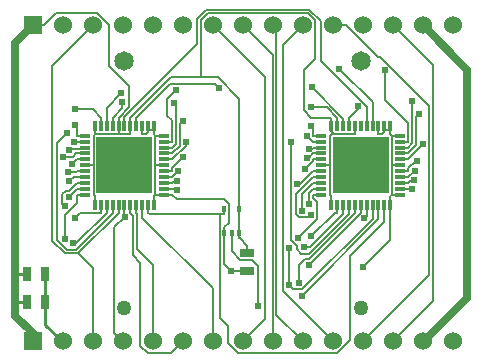
<source format=gbl>
G04 (created by PCBNEW (2013-mar-13)-testing) date Mon 26 Aug 2013 08:11:51 AM PDT*
%MOIN*%
G04 Gerber Fmt 3.4, Leading zero omitted, Abs format*
%FSLAX34Y34*%
G01*
G70*
G90*
G04 APERTURE LIST*
%ADD10C,0.005906*%
%ADD11R,0.037400X0.011800*%
%ADD12R,0.188200X0.188200*%
%ADD13R,0.011800X0.037400*%
%ADD14R,0.012000X0.020000*%
%ADD15R,0.060000X0.060000*%
%ADD16C,0.060000*%
%ADD17R,0.025000X0.045000*%
%ADD18R,0.045000X0.025000*%
%ADD19C,0.065000*%
%ADD20C,0.050000*%
%ADD21C,0.024000*%
%ADD22C,0.006000*%
%ADD23C,0.010000*%
%ADD24C,0.025000*%
G04 APERTURE END LIST*
G54D10*
G54D11*
X24931Y-26575D03*
X24931Y-26772D03*
X24931Y-26968D03*
X24931Y-27165D03*
X24931Y-27362D03*
X24931Y-27559D03*
X24931Y-27756D03*
X24931Y-27953D03*
X24931Y-28150D03*
X24931Y-28346D03*
X24931Y-28543D03*
G54D12*
X23622Y-27559D03*
G54D13*
X24606Y-28868D03*
X24409Y-28868D03*
X24213Y-28868D03*
X24016Y-28868D03*
X23819Y-28868D03*
X23622Y-28868D03*
X23425Y-28868D03*
X23228Y-28868D03*
X23031Y-28868D03*
X22835Y-28868D03*
X22638Y-28868D03*
G54D11*
X22313Y-28543D03*
X22313Y-28346D03*
X22313Y-28150D03*
X22313Y-27953D03*
X22313Y-27756D03*
X22313Y-27559D03*
X22313Y-27362D03*
X22313Y-27165D03*
X22313Y-26968D03*
X22313Y-26772D03*
X22313Y-26575D03*
G54D13*
X22638Y-26250D03*
X22835Y-26250D03*
X23031Y-26250D03*
X23228Y-26250D03*
X23425Y-26250D03*
X23622Y-26250D03*
X23819Y-26250D03*
X24016Y-26250D03*
X24213Y-26250D03*
X24409Y-26250D03*
X24606Y-26250D03*
G54D14*
X27454Y-29809D03*
X26954Y-29809D03*
X27454Y-29009D03*
X27204Y-29809D03*
X26954Y-29009D03*
G54D11*
X32805Y-26575D03*
X32805Y-26772D03*
X32805Y-26968D03*
X32805Y-27165D03*
X32805Y-27362D03*
X32805Y-27559D03*
X32805Y-27756D03*
X32805Y-27953D03*
X32805Y-28150D03*
X32805Y-28346D03*
X32805Y-28543D03*
G54D12*
X31496Y-27559D03*
G54D13*
X32480Y-28868D03*
X32283Y-28868D03*
X32087Y-28868D03*
X31890Y-28868D03*
X31693Y-28868D03*
X31496Y-28868D03*
X31299Y-28868D03*
X31102Y-28868D03*
X30905Y-28868D03*
X30709Y-28868D03*
X30512Y-28868D03*
G54D11*
X30187Y-28543D03*
X30187Y-28346D03*
X30187Y-28150D03*
X30187Y-27953D03*
X30187Y-27756D03*
X30187Y-27559D03*
X30187Y-27362D03*
X30187Y-27165D03*
X30187Y-26968D03*
X30187Y-26772D03*
X30187Y-26575D03*
G54D13*
X30512Y-26250D03*
X30709Y-26250D03*
X30905Y-26250D03*
X31102Y-26250D03*
X31299Y-26250D03*
X31496Y-26250D03*
X31693Y-26250D03*
X31890Y-26250D03*
X32087Y-26250D03*
X32283Y-26250D03*
X32480Y-26250D03*
G54D15*
X20559Y-33433D03*
G54D16*
X21559Y-33433D03*
X22559Y-33433D03*
X23559Y-33433D03*
X24559Y-33433D03*
X25559Y-33433D03*
X26559Y-33433D03*
X27559Y-33433D03*
X28559Y-33433D03*
X29559Y-33433D03*
X30559Y-33433D03*
X31559Y-33433D03*
X32559Y-33433D03*
X33559Y-33433D03*
X34559Y-33433D03*
G54D15*
X20559Y-22893D03*
G54D16*
X21559Y-22893D03*
X22559Y-22893D03*
X23559Y-22893D03*
X24559Y-22893D03*
X25559Y-22893D03*
X26559Y-22893D03*
X27559Y-22893D03*
X28559Y-22893D03*
X29559Y-22893D03*
X30559Y-22893D03*
X31559Y-22893D03*
X32559Y-22893D03*
X33559Y-22893D03*
X34559Y-22893D03*
G54D17*
X20369Y-32125D03*
X20969Y-32125D03*
G54D18*
X27716Y-30467D03*
X27716Y-31067D03*
G54D17*
X20369Y-31181D03*
X20969Y-31181D03*
G54D19*
X23622Y-24088D03*
G54D20*
X23622Y-32328D03*
G54D19*
X31496Y-24088D03*
G54D20*
X31496Y-32328D03*
G54D21*
X30782Y-24356D03*
X26777Y-24981D03*
X23630Y-29282D03*
X29761Y-30879D03*
X21695Y-26491D03*
X21582Y-27280D03*
X21776Y-27047D03*
X21944Y-26791D03*
X21957Y-26208D03*
X21957Y-25698D03*
X23511Y-25154D03*
X23545Y-25455D03*
X21907Y-30166D03*
X21958Y-29327D03*
X21632Y-30006D03*
X21763Y-28618D03*
X21625Y-28932D03*
X21783Y-28094D03*
X21727Y-27791D03*
X21880Y-27511D03*
X29157Y-26782D03*
X29692Y-27316D03*
X29759Y-27013D03*
X29696Y-26572D03*
X29829Y-26245D03*
X29830Y-25632D03*
X29874Y-24963D03*
X31393Y-25600D03*
X29614Y-30293D03*
X29848Y-29926D03*
X29393Y-29991D03*
X29771Y-28857D03*
X29553Y-29067D03*
X29832Y-29213D03*
X29380Y-28170D03*
X29639Y-27672D03*
X29537Y-31902D03*
X31605Y-29333D03*
X29103Y-30303D03*
X29103Y-31546D03*
X28085Y-32248D03*
X25340Y-25056D03*
X25268Y-25488D03*
X25559Y-26073D03*
X25667Y-26770D03*
X25580Y-27293D03*
X25419Y-27736D03*
X25384Y-28092D03*
X25356Y-28393D03*
X32292Y-24400D03*
X33218Y-25418D03*
X33436Y-25840D03*
X33561Y-26862D03*
X33366Y-27410D03*
X33297Y-27745D03*
X33286Y-28046D03*
X33206Y-28346D03*
X29434Y-31479D03*
X31582Y-30958D03*
X27174Y-31098D03*
G54D22*
X31890Y-25464D02*
X30782Y-24356D01*
X31890Y-26250D02*
X31890Y-25464D01*
X24016Y-26250D02*
X24016Y-25972D01*
X26635Y-24839D02*
X26777Y-24981D01*
X25149Y-24839D02*
X26635Y-24839D01*
X24016Y-25972D02*
X25149Y-24839D01*
X23622Y-25945D02*
X23622Y-26250D01*
X26038Y-23528D02*
X23622Y-25945D01*
X26038Y-22679D02*
X26038Y-23528D01*
X26349Y-22369D02*
X26038Y-22679D01*
X29783Y-22369D02*
X26349Y-22369D01*
X30165Y-22751D02*
X29783Y-22369D01*
X30165Y-24075D02*
X30165Y-22751D01*
X31693Y-25602D02*
X30165Y-24075D01*
X31693Y-26250D02*
X31693Y-25602D01*
X23622Y-29273D02*
X23630Y-29282D01*
X23622Y-28868D02*
X23622Y-29273D01*
X23280Y-29632D02*
X23630Y-29282D01*
X23280Y-33154D02*
X23280Y-29632D01*
X23559Y-33433D02*
X23280Y-33154D01*
X31496Y-28868D02*
X31496Y-29145D01*
X29761Y-30879D02*
X31496Y-29145D01*
X23228Y-28868D02*
X23228Y-29145D01*
X21996Y-30376D02*
X23228Y-29145D01*
X21694Y-30376D02*
X21996Y-30376D01*
X21358Y-30040D02*
X21694Y-30376D01*
X21358Y-26828D02*
X21358Y-30040D01*
X21695Y-26491D02*
X21358Y-26828D01*
X22010Y-27165D02*
X22313Y-27165D01*
X21896Y-27280D02*
X22010Y-27165D01*
X21582Y-27280D02*
X21896Y-27280D01*
X22265Y-27015D02*
X22313Y-26968D01*
X21808Y-27015D02*
X22265Y-27015D01*
X21776Y-27047D02*
X21808Y-27015D01*
X22016Y-26791D02*
X22035Y-26772D01*
X21944Y-26791D02*
X22016Y-26791D01*
X22313Y-26772D02*
X22035Y-26772D01*
X22313Y-26575D02*
X22035Y-26575D01*
X22035Y-26286D02*
X21957Y-26208D01*
X22035Y-26575D02*
X22035Y-26286D01*
X22560Y-25698D02*
X22835Y-25972D01*
X21957Y-25698D02*
X22560Y-25698D01*
X22835Y-26250D02*
X22835Y-25972D01*
X23031Y-25635D02*
X23031Y-26250D01*
X23511Y-25154D02*
X23031Y-25635D01*
X23228Y-26250D02*
X23228Y-25972D01*
X23545Y-25655D02*
X23228Y-25972D01*
X23545Y-25455D02*
X23545Y-25655D01*
X23031Y-28868D02*
X23031Y-29145D01*
X22009Y-30166D02*
X21907Y-30166D01*
X23031Y-29145D02*
X22009Y-30166D01*
X22140Y-29145D02*
X21958Y-29327D01*
X22835Y-29145D02*
X22140Y-29145D01*
X22835Y-28868D02*
X22835Y-29145D01*
X21632Y-29223D02*
X21632Y-30006D01*
X22035Y-28820D02*
X21632Y-29223D01*
X22035Y-28543D02*
X22035Y-28820D01*
X22313Y-28543D02*
X22035Y-28543D01*
X22035Y-28346D02*
X22313Y-28346D01*
X21763Y-28618D02*
X22035Y-28346D01*
X22313Y-28150D02*
X22035Y-28150D01*
X21553Y-28860D02*
X21625Y-28932D01*
X21553Y-28531D02*
X21553Y-28860D01*
X21676Y-28408D02*
X21553Y-28531D01*
X21777Y-28408D02*
X21676Y-28408D01*
X22035Y-28150D02*
X21777Y-28408D01*
X21924Y-27953D02*
X22313Y-27953D01*
X21783Y-28094D02*
X21924Y-27953D01*
X22000Y-27791D02*
X22035Y-27756D01*
X21727Y-27791D02*
X22000Y-27791D01*
X22313Y-27756D02*
X22035Y-27756D01*
X22029Y-27362D02*
X21880Y-27511D01*
X22313Y-27362D02*
X22029Y-27362D01*
X31102Y-29173D02*
X31102Y-28868D01*
X29769Y-30506D02*
X31102Y-29173D01*
X29503Y-30506D02*
X29769Y-30506D01*
X29359Y-30362D02*
X29503Y-30506D01*
X29359Y-30262D02*
X29359Y-30362D01*
X29157Y-30060D02*
X29359Y-30262D01*
X29157Y-26782D02*
X29157Y-30060D01*
X30187Y-27165D02*
X29909Y-27165D01*
X29758Y-27316D02*
X29692Y-27316D01*
X29909Y-27165D02*
X29758Y-27316D01*
X29864Y-27013D02*
X29759Y-27013D01*
X29909Y-26968D02*
X29864Y-27013D01*
X30187Y-26968D02*
X29909Y-26968D01*
X30187Y-26772D02*
X29909Y-26772D01*
X29709Y-26572D02*
X29909Y-26772D01*
X29696Y-26572D02*
X29709Y-26572D01*
X30187Y-26575D02*
X29909Y-26575D01*
X29909Y-26325D02*
X29829Y-26245D01*
X29909Y-26575D02*
X29909Y-26325D01*
X30709Y-26250D02*
X30709Y-25972D01*
X30369Y-25632D02*
X29830Y-25632D01*
X30709Y-25972D02*
X30369Y-25632D01*
X30905Y-26250D02*
X30905Y-25972D01*
X30884Y-25972D02*
X30905Y-25972D01*
X29874Y-24963D02*
X30884Y-25972D01*
X31102Y-26250D02*
X31102Y-25972D01*
X31393Y-25681D02*
X31393Y-25600D01*
X31102Y-25972D02*
X31393Y-25681D01*
X29614Y-30293D02*
X29614Y-30293D01*
X29803Y-30293D02*
X29614Y-30293D01*
X30905Y-29192D02*
X29803Y-30293D01*
X30905Y-28868D02*
X30905Y-29192D01*
X30709Y-28868D02*
X30709Y-29145D01*
X30629Y-29145D02*
X29848Y-29926D01*
X30709Y-29145D02*
X30629Y-29145D01*
X30187Y-28543D02*
X29909Y-28543D01*
X30048Y-29336D02*
X29393Y-29991D01*
X30048Y-28793D02*
X30048Y-29336D01*
X29909Y-28654D02*
X30048Y-28793D01*
X29909Y-28543D02*
X29909Y-28654D01*
X30187Y-28346D02*
X29909Y-28346D01*
X29771Y-28484D02*
X29771Y-28857D01*
X29909Y-28346D02*
X29771Y-28484D01*
X30187Y-28150D02*
X29909Y-28150D01*
X29553Y-28506D02*
X29553Y-29067D01*
X29909Y-28150D02*
X29553Y-28506D01*
X30187Y-27953D02*
X29909Y-27953D01*
X29342Y-28520D02*
X29909Y-27953D01*
X29342Y-29179D02*
X29342Y-28520D01*
X29442Y-29278D02*
X29342Y-29179D01*
X29767Y-29278D02*
X29442Y-29278D01*
X29832Y-29213D02*
X29767Y-29278D01*
X29380Y-28170D02*
X29380Y-28170D01*
X29488Y-28170D02*
X29380Y-28170D01*
X29903Y-27756D02*
X29488Y-28170D01*
X30187Y-27756D02*
X29903Y-27756D01*
X29909Y-27402D02*
X29909Y-27362D01*
X29639Y-27672D02*
X29909Y-27402D01*
X30187Y-27362D02*
X29909Y-27362D01*
X24213Y-29315D02*
X24213Y-28868D01*
X26559Y-31661D02*
X24213Y-29315D01*
X26559Y-33433D02*
X26559Y-31661D01*
X32087Y-29353D02*
X32087Y-29145D01*
X29537Y-31902D02*
X32087Y-29353D01*
X32087Y-28868D02*
X32087Y-29145D01*
X28298Y-32693D02*
X27559Y-33433D01*
X28298Y-24632D02*
X28298Y-32693D01*
X26559Y-22893D02*
X28298Y-24632D01*
X28559Y-23893D02*
X27559Y-22893D01*
X28559Y-33433D02*
X28559Y-23893D01*
X28681Y-23016D02*
X28559Y-22893D01*
X28681Y-32555D02*
X28681Y-23016D01*
X29559Y-33433D02*
X28681Y-32555D01*
X28892Y-23559D02*
X29559Y-22893D01*
X28892Y-31766D02*
X28892Y-23559D01*
X30559Y-33433D02*
X28892Y-31766D01*
X33771Y-31220D02*
X31559Y-33433D01*
X33771Y-25568D02*
X33771Y-31220D01*
X32150Y-23948D02*
X33771Y-25568D01*
X32061Y-23948D02*
X32150Y-23948D01*
X31007Y-22893D02*
X32061Y-23948D01*
X30559Y-22893D02*
X31007Y-22893D01*
X23819Y-28868D02*
X23819Y-29145D01*
X23910Y-29237D02*
X23819Y-29145D01*
X23910Y-30566D02*
X23910Y-29237D01*
X24150Y-30805D02*
X23910Y-30566D01*
X24150Y-33577D02*
X24150Y-30805D01*
X24405Y-33832D02*
X24150Y-33577D01*
X25159Y-33832D02*
X24405Y-33832D01*
X25559Y-33433D02*
X25159Y-33832D01*
X31693Y-29245D02*
X31605Y-29333D01*
X31693Y-28868D02*
X31693Y-29245D01*
X24016Y-28868D02*
X24016Y-29145D01*
X24559Y-30869D02*
X24559Y-33433D01*
X24030Y-30341D02*
X24559Y-30869D01*
X24030Y-29160D02*
X24030Y-30341D01*
X24016Y-29145D02*
X24030Y-29160D01*
X29103Y-31546D02*
X29103Y-30303D01*
X29246Y-31689D02*
X29103Y-31546D01*
X29552Y-31689D02*
X29246Y-31689D01*
X31890Y-29352D02*
X29552Y-31689D01*
X31890Y-28868D02*
X31890Y-29352D01*
X33897Y-24232D02*
X32559Y-22893D01*
X33897Y-32094D02*
X33897Y-24232D01*
X32559Y-33433D02*
X33897Y-32094D01*
X28085Y-30930D02*
X28085Y-32248D01*
X27862Y-30708D02*
X28085Y-30930D01*
X27478Y-30708D02*
X27862Y-30708D01*
X27204Y-30433D02*
X27478Y-30708D01*
X27204Y-29809D02*
X27204Y-30433D01*
X26954Y-29009D02*
X26954Y-29199D01*
X24409Y-28868D02*
X24409Y-29145D01*
X26954Y-29199D02*
X26804Y-29199D01*
X24463Y-29199D02*
X24409Y-29145D01*
X26804Y-29199D02*
X24463Y-29199D01*
X32283Y-29448D02*
X32283Y-28868D01*
X31149Y-30582D02*
X32283Y-29448D01*
X31149Y-33397D02*
X31149Y-30582D01*
X30721Y-33825D02*
X31149Y-33397D01*
X27393Y-33825D02*
X30721Y-33825D01*
X27059Y-33491D02*
X27393Y-33825D01*
X27059Y-32906D02*
X27059Y-33491D01*
X26804Y-32651D02*
X27059Y-32906D01*
X26804Y-29199D02*
X26804Y-32651D01*
X24931Y-26772D02*
X25208Y-26772D01*
X25055Y-25342D02*
X25340Y-25056D01*
X25055Y-25902D02*
X25055Y-25342D01*
X25208Y-26054D02*
X25055Y-25902D01*
X25208Y-26772D02*
X25208Y-26054D01*
X25332Y-26843D02*
X25208Y-26968D01*
X25332Y-25552D02*
X25332Y-26843D01*
X25268Y-25488D02*
X25332Y-25552D01*
X24931Y-26968D02*
X25208Y-26968D01*
X24931Y-27165D02*
X25208Y-27165D01*
X25457Y-26915D02*
X25208Y-27165D01*
X25457Y-26176D02*
X25457Y-26915D01*
X25559Y-26073D02*
X25457Y-26176D01*
X25667Y-26902D02*
X25208Y-27362D01*
X25667Y-26770D02*
X25667Y-26902D01*
X24931Y-27362D02*
X25208Y-27362D01*
X25208Y-27651D02*
X25208Y-27756D01*
X25566Y-27293D02*
X25208Y-27651D01*
X25580Y-27293D02*
X25566Y-27293D01*
X24931Y-27756D02*
X25208Y-27756D01*
X24931Y-27953D02*
X25208Y-27953D01*
X25208Y-27948D02*
X25419Y-27736D01*
X25208Y-27953D02*
X25208Y-27948D01*
X24931Y-28150D02*
X25208Y-28150D01*
X25384Y-28092D02*
X25384Y-28092D01*
X25265Y-28092D02*
X25384Y-28092D01*
X25208Y-28150D02*
X25265Y-28092D01*
X25309Y-28346D02*
X25356Y-28393D01*
X24931Y-28346D02*
X25309Y-28346D01*
X32805Y-26772D02*
X33082Y-26772D01*
X33082Y-26160D02*
X33082Y-26772D01*
X32292Y-25371D02*
X33082Y-26160D01*
X32292Y-24400D02*
X32292Y-25371D01*
X33218Y-26831D02*
X33218Y-25418D01*
X33082Y-26968D02*
X33218Y-26831D01*
X32805Y-26968D02*
X33082Y-26968D01*
X32805Y-27165D02*
X33082Y-27165D01*
X33350Y-25926D02*
X33436Y-25840D01*
X33350Y-26896D02*
X33350Y-25926D01*
X33082Y-27165D02*
X33350Y-26896D01*
X33082Y-27341D02*
X33082Y-27362D01*
X33561Y-26862D02*
X33082Y-27341D01*
X32805Y-27362D02*
X33082Y-27362D01*
X32805Y-27756D02*
X33082Y-27756D01*
X33082Y-27664D02*
X33082Y-27756D01*
X33336Y-27410D02*
X33082Y-27664D01*
X33366Y-27410D02*
X33336Y-27410D01*
X33289Y-27745D02*
X33082Y-27953D01*
X33297Y-27745D02*
X33289Y-27745D01*
X32805Y-27953D02*
X33082Y-27953D01*
X32805Y-28150D02*
X33082Y-28150D01*
X33186Y-28046D02*
X33286Y-28046D01*
X33082Y-28150D02*
X33186Y-28046D01*
X33206Y-28346D02*
X33206Y-28346D01*
X32805Y-28346D02*
X33206Y-28346D01*
X23425Y-28868D02*
X23425Y-29145D01*
X22559Y-30981D02*
X22073Y-30496D01*
X22559Y-33433D02*
X22559Y-30981D01*
X22073Y-30496D02*
X23425Y-29145D01*
X21630Y-30496D02*
X22073Y-30496D01*
X21214Y-30080D02*
X21630Y-30496D01*
X21214Y-24238D02*
X21214Y-30080D01*
X22559Y-22893D02*
X21214Y-24238D01*
X31299Y-29146D02*
X31299Y-28868D01*
X29776Y-30669D02*
X31299Y-29146D01*
X29641Y-30669D02*
X29776Y-30669D01*
X29434Y-30875D02*
X29641Y-30669D01*
X29434Y-31479D02*
X29434Y-30875D01*
G54D23*
X20369Y-32125D02*
X19980Y-32125D01*
X20369Y-31181D02*
X19980Y-31181D01*
X19980Y-31181D02*
X19980Y-31200D01*
G54D24*
X19980Y-31200D02*
X19980Y-31181D01*
X19980Y-32578D02*
X19980Y-32125D01*
X20559Y-33157D02*
X19980Y-32578D01*
X20559Y-33433D02*
X20559Y-33157D01*
X19980Y-32125D02*
X19980Y-32086D01*
X19980Y-32086D02*
X19980Y-31200D01*
G54D23*
X19940Y-32086D02*
X19980Y-32086D01*
X19980Y-32125D02*
X19940Y-32086D01*
G54D22*
X23425Y-26250D02*
X23425Y-26497D01*
X22638Y-26250D02*
X22638Y-26527D01*
G54D24*
X19980Y-23472D02*
X20559Y-22893D01*
X19980Y-31181D02*
X19980Y-23472D01*
G54D22*
X20559Y-22893D02*
X20949Y-22893D01*
X23425Y-26250D02*
X23425Y-25972D01*
X23765Y-25632D02*
X23425Y-25972D01*
X23765Y-24914D02*
X23765Y-25632D01*
X23104Y-24253D02*
X23765Y-24914D01*
X23104Y-22881D02*
X23104Y-24253D01*
X22721Y-22498D02*
X23104Y-22881D01*
X21344Y-22498D02*
X22721Y-22498D01*
X20949Y-22893D02*
X21344Y-22498D01*
X23819Y-26250D02*
X23819Y-25972D01*
X27454Y-29009D02*
X27454Y-28819D01*
X30512Y-26250D02*
X30512Y-26319D01*
X31299Y-26250D02*
X31299Y-26527D01*
X23425Y-26497D02*
X23425Y-26527D01*
X23425Y-26527D02*
X23819Y-26527D01*
X23819Y-26250D02*
X23819Y-26527D01*
X30187Y-27559D02*
X30464Y-27559D01*
X30512Y-26426D02*
X30565Y-26480D01*
X30512Y-26319D02*
X30512Y-26426D01*
X30612Y-26527D02*
X31299Y-26527D01*
X30565Y-26480D02*
X30612Y-26527D01*
X30464Y-26581D02*
X30464Y-27559D01*
X30565Y-26480D02*
X30464Y-26581D01*
X30464Y-28543D02*
X30512Y-28590D01*
X30464Y-27559D02*
X30464Y-28543D01*
X30512Y-28868D02*
X30512Y-28590D01*
X23425Y-26527D02*
X22638Y-26527D01*
X22590Y-26575D02*
X22590Y-27559D01*
X22638Y-26527D02*
X22590Y-26575D01*
X22313Y-27559D02*
X22560Y-27559D01*
X22560Y-27559D02*
X22590Y-27559D01*
X22590Y-28543D02*
X22638Y-28590D01*
X22590Y-27559D02*
X22590Y-28543D01*
X22638Y-28868D02*
X22638Y-28590D01*
X27454Y-29009D02*
X27454Y-29809D01*
X27463Y-29999D02*
X27716Y-30252D01*
X27454Y-29999D02*
X27463Y-29999D01*
X27716Y-30467D02*
X27716Y-30252D01*
X27454Y-29809D02*
X27454Y-29999D01*
X30512Y-26250D02*
X30512Y-25972D01*
X29854Y-25972D02*
X30512Y-25972D01*
X29599Y-25717D02*
X29854Y-25972D01*
X29599Y-24372D02*
X29599Y-25717D01*
X29956Y-24014D02*
X29599Y-24372D01*
X29956Y-22725D02*
X29956Y-24014D01*
X29731Y-22500D02*
X29956Y-22725D01*
X26394Y-22500D02*
X29731Y-22500D01*
X26163Y-22731D02*
X26394Y-22500D01*
X26163Y-24633D02*
X26163Y-22731D01*
X25158Y-24633D02*
X26163Y-24633D01*
X23819Y-25972D02*
X25158Y-24633D01*
X27454Y-25361D02*
X27454Y-28819D01*
X26726Y-24633D02*
X27454Y-25361D01*
X26163Y-24633D02*
X26726Y-24633D01*
G54D24*
X35039Y-24374D02*
X33559Y-22893D01*
X35039Y-31988D02*
X35039Y-24374D01*
X33594Y-33433D02*
X35039Y-31988D01*
X33559Y-33433D02*
X33594Y-33433D01*
G54D23*
X20969Y-31181D02*
X20969Y-32125D01*
X20969Y-32878D02*
X20969Y-32125D01*
X21523Y-33433D02*
X20969Y-32878D01*
X21559Y-33433D02*
X21523Y-33433D01*
G54D22*
X24931Y-27559D02*
X24653Y-27559D01*
X24653Y-27559D02*
X24653Y-28543D01*
X24931Y-28543D02*
X24653Y-28543D01*
X24606Y-28590D02*
X24653Y-28543D01*
X24606Y-28868D02*
X24606Y-28590D01*
X24409Y-26250D02*
X24409Y-26388D01*
X24213Y-26250D02*
X24213Y-26527D01*
X24339Y-26527D02*
X24213Y-26527D01*
X24409Y-26457D02*
X24339Y-26527D01*
X24409Y-26388D02*
X24409Y-26457D01*
X24931Y-26575D02*
X24653Y-26575D01*
X32283Y-26250D02*
X32283Y-26388D01*
X32087Y-26250D02*
X32087Y-26527D01*
X32213Y-26527D02*
X32087Y-26527D01*
X32283Y-26457D02*
X32213Y-26527D01*
X32283Y-26388D02*
X32283Y-26457D01*
X32805Y-27559D02*
X32527Y-27559D01*
X32805Y-26575D02*
X32527Y-26575D01*
X32527Y-27559D02*
X32527Y-28543D01*
X32805Y-28543D02*
X32527Y-28543D01*
X32480Y-28590D02*
X32527Y-28543D01*
X32480Y-28868D02*
X32480Y-28590D01*
X24653Y-27559D02*
X24653Y-26575D01*
X24653Y-26575D02*
X24606Y-26527D01*
X24606Y-26388D02*
X24409Y-26388D01*
X24606Y-26250D02*
X24606Y-26388D01*
X24606Y-26388D02*
X24606Y-26527D01*
X32527Y-27559D02*
X32527Y-26575D01*
X32527Y-26575D02*
X32480Y-26527D01*
X32480Y-26388D02*
X32283Y-26388D01*
X32480Y-26250D02*
X32480Y-26388D01*
X32480Y-26388D02*
X32480Y-26527D01*
X27716Y-31067D02*
X27401Y-31067D01*
X25357Y-28692D02*
X25208Y-28543D01*
X26940Y-28692D02*
X25357Y-28692D01*
X27104Y-28856D02*
X26940Y-28692D01*
X27104Y-29469D02*
X27104Y-28856D01*
X26954Y-29619D02*
X27104Y-29469D01*
X26954Y-29809D02*
X26954Y-29619D01*
X24931Y-28543D02*
X25208Y-28543D01*
X32480Y-30061D02*
X31582Y-30958D01*
X32480Y-28868D02*
X32480Y-30061D01*
X27401Y-31067D02*
X27174Y-31067D01*
X26954Y-30847D02*
X26954Y-29809D01*
X27174Y-31067D02*
X26954Y-30847D01*
X27174Y-31098D02*
X27174Y-31067D01*
M02*

</source>
